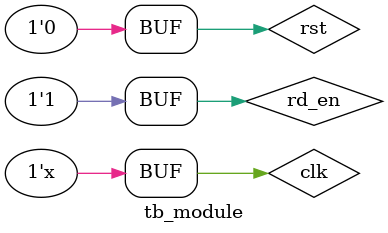
<source format=v>
`timescale 1ns / 1ps


module tb_module;
	reg clk,rst,rd_en;
	wire [31:0] dout;
	wire empty;
	module_fifo read_fifo(
		.clk_in(clk),
		.rst(rst),
		.rd_en(rd_en),
		.fifo_out(dout),
		.fifo_empty(empty)
	);
	initial
		begin
			clk = 0;
			rst = 0;
			rd_en = 1;
		end 
	always #2.5 clk = ~clk;
endmodule

</source>
